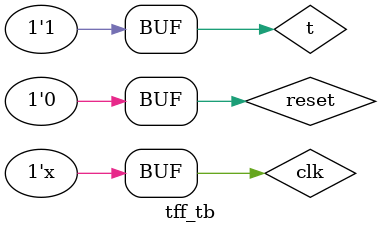
<source format=v>
module tff_tb ();

    reg         clk;
    reg         reset;
    reg         t;
    wire        q;

    tff inst1 (clk, reset, t, q);

    always #5 clk = ~clk;

    initial begin
        clk = 0;
        reset = 0;
        t = 0;
    end

    initial begin
        #5
        reset = 1;

        #5 
        reset = 0;
    end

    initial begin
        #10
        t = 1;
    end
    
endmodule
</source>
